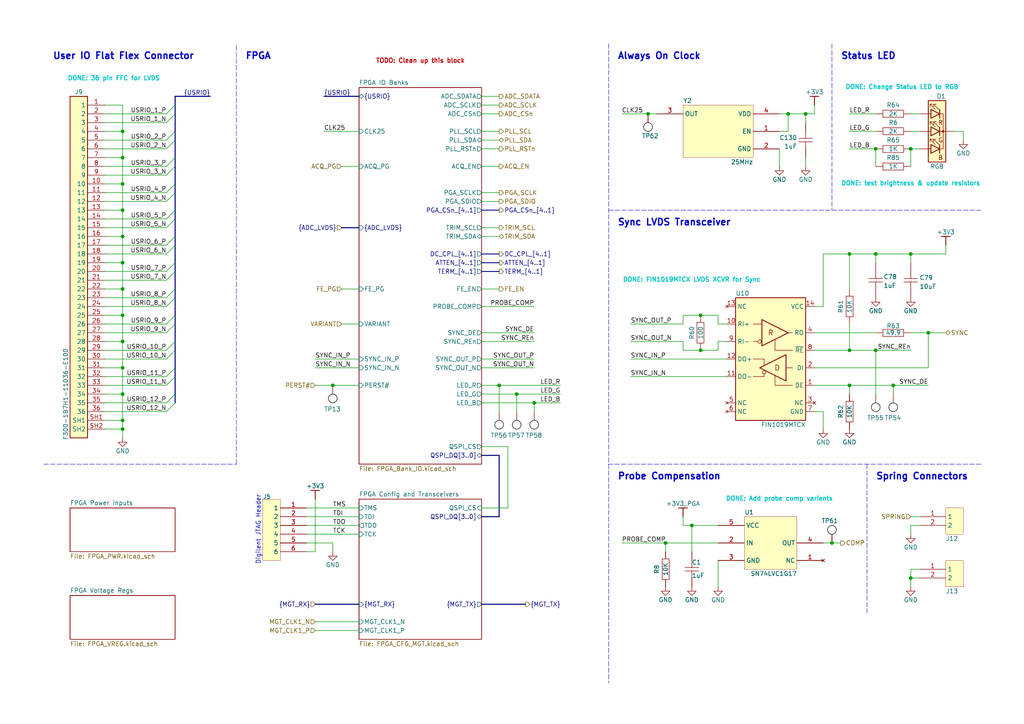
<source format=kicad_sch>
(kicad_sch (version 20250114) (generator "eeschema") (generator_version "9.0")
  (paper "A4")
  (title_block (title "ThunderScope") (rev "5.3") (company "EEVengers") (comment 1 "Aleksa Bjelogrlic"))
  (bus_alias "USRIO" (members "USRIO_1_P" "USRIO_1_N" "USRIO_2_P" "USRIO_2_N" "USRIO_3_P" "USRIO_3_N" "USRIO_4_P" "USRIO_4_N" "USRIO_5_P" "USRIO_5_N" "USRIO_6_P" "USRIO_6_N" "USRIO_7_P" "USRIO_7_N" "USRIO_8_P" "USRIO_8_N" "USRIO_9_P" "USRIO_9_N" "USRIO_10_P" "USRIO_10_N" "USRIO_11_P" "USRIO_11_N" "USRIO_12_P" "USRIO_12_N"))
  (text "DONE: Add probe comp varients" (at 226.06 144.78 0) (effects (font (size 1.27 1.27) (thickness 0.254) (bold yes))))
  (text "Always On Clock" (at 179.07 15.24 0) (effects (font (size 1.905 1.905) (thickness 0.381) (bold yes)) (justify left top)))
  (text "Sync LVDS Transceiver " (at 179.07 63.5 0) (effects (font (size 1.905 1.905) (thickness 0.381) (bold yes)) (justify left top)))
  (text "DONE: test brightness & update resistors" (at 264.16 53.34 0) (effects (font (size 1.27 1.27) (thickness 0.254) (bold yes))))
  (text "Spring Connectors" (at 254 137.16 0) (effects (font (size 1.905 1.905) (thickness 0.381) (bold yes)) (justify left top)))
  (text "User IO Flat Flex Connector" (at 15.24 15.24 0) (effects (font (size 1.905 1.905) (thickness 0.381) (bold yes)) (justify left top)))
  (text "TODO: Clean up this block" (at 121.92 17.78 0) (effects (font (size 1.27 1.27) (thickness 0.254) (bold yes))))
  (text "Status LED" (at 243.84 15.24 0) (effects (font (size 1.905 1.905) (thickness 0.381) (bold yes)) (justify left top)))
  (text "Probe Compensation" (at 179.07 137.16 0) (effects (font (size 1.905 1.905) (thickness 0.381) (bold yes)) (justify left top)))
  (text "DONE: FIN1019MTCX LVDS XCVR for Sync" (at 200.66 81.28 0) (effects (font (size 1.27 1.27) (thickness 0.254) (bold yes))))
  (text "Digilent JTAG Header" (at 74.93 153.67 90) (effects (font (size 1.27 1.27))))
  (text "DONE: Change Status LED to RGB" (at 261.62 25.4 0) (effects (font (size 1.27 1.27) (thickness 0.254) (bold yes))))
  (text "FPGA" (at 71.12 15.24 0) (effects (font (size 1.905 1.905) (thickness 0.381) (bold yes)) (justify left top)))
  (text "DONE: 36 pin FFC for LVDS" (at 33.02 22.86 0) (effects (font (size 1.27 1.27) (thickness 0.254) (bold yes))))
  (junction (at 203.2 101.6))
  (junction (at 246.38 111.76))
  (junction (at 35.56 60.96))
  (junction (at 35.56 124.46))
  (junction (at 35.56 121.92))
  (junction (at 228.6 33.02))
  (junction (at 203.2 91.44))
  (junction (at 254 101.6))
  (junction (at 233.68 33.02))
  (junction (at 35.56 83.82))
  (junction (at 144.78 111.76))
  (junction (at 269.24 96.52))
  (junction (at 96.52 111.76))
  (junction (at 193.04 157.48))
  (junction (at 35.56 76.2))
  (junction (at 149.86 114.3))
  (junction (at 35.56 38.1))
  (junction (at 259.08 111.76))
  (junction (at 264.16 43.18))
  (junction (at 254 73.66))
  (junction (at 241.3 157.48))
  (junction (at 35.56 106.68))
  (junction (at 264.16 73.66))
  (junction (at 35.56 91.44))
  (junction (at 187.96 33.02))
  (junction (at 35.56 99.06))
  (junction (at 35.56 68.58))
  (junction (at 35.56 114.3))
  (junction (at 246.38 101.6))
  (junction (at 35.56 45.72))
  (junction (at 154.94 116.84))
  (junction (at 264.16 167.64))
  (junction (at 246.38 73.66))
  (junction (at 254 43.18))
  (junction (at 35.56 53.34))
  (junction (at 200.66 152.4))
  (bus_entry (at 50.8 101.6) (size -2.54 2.54))
  (bus_entry (at 50.8 55.88) (size -2.54 2.54))
  (bus_entry (at 50.8 68.58) (size -2.54 2.54))
  (bus_entry (at 50.8 71.12) (size -2.54 2.54))
  (bus_entry (at 50.8 76.2) (size -2.54 2.54))
  (bus_entry (at 50.8 60.96) (size -2.54 2.54))
  (bus_entry (at 50.8 63.5) (size -2.54 2.54))
  (bus_entry (at 50.8 38.1) (size -2.54 2.54))
  (bus_entry (at 50.8 106.68) (size -2.54 2.54))
  (bus_entry (at 50.8 30.48) (size -2.54 2.54))
  (bus_entry (at 50.8 45.72) (size -2.54 2.54))
  (bus_entry (at 50.8 40.64) (size -2.54 2.54))
  (bus_entry (at 50.8 99.06) (size -2.54 2.54))
  (bus_entry (at 50.8 86.36) (size -2.54 2.54))
  (bus_entry (at 50.8 53.34) (size -2.54 2.54))
  (bus_entry (at 50.8 78.74) (size -2.54 2.54))
  (bus_entry (at 50.8 83.82) (size -2.54 2.54))
  (bus_entry (at 50.8 116.84) (size -2.54 2.54))
  (bus_entry (at 50.8 48.26) (size -2.54 2.54))
  (bus_entry (at 50.8 93.98) (size -2.54 2.54))
  (bus_entry (at 50.8 114.3) (size -2.54 2.54))
  (bus_entry (at 50.8 109.22) (size -2.54 2.54))
  (bus_entry (at 50.8 91.44) (size -2.54 2.54))
  (bus_entry (at 50.8 33.02) (size -2.54 2.54))
  (wire (pts (xy 190.5 33.02) (xy 187.96 33.02)))
  (wire (pts (xy 259.08 111.76) (xy 269.24 111.76)))
  (wire (pts (xy 139.7 68.58) (xy 144.78 68.58)))
  (wire (pts (xy 269.24 106.68) (xy 269.24 96.52)))
  (wire (pts (xy 236.22 106.68) (xy 269.24 106.68)))
  (bus (pts (xy 50.8 114.3) (xy 50.8 116.84)))
  (wire (pts (xy 264.16 167.64) (xy 264.16 165.1)))
  (bus (pts (xy 50.8 27.94) (xy 50.8 30.48)))
  (wire (pts (xy 88.9 152.4) (xy 104.14 152.4)))
  (wire (pts (xy 149.86 114.3) (xy 139.7 114.3)))
  (bus (pts (xy 50.8 71.12) (xy 50.8 76.2)))
  (wire (pts (xy 198.12 101.6) (xy 203.2 101.6)))
  (wire (pts (xy 246.38 111.76) (xy 259.08 111.76)))
  (wire (pts (xy 139.7 99.06) (xy 154.94 99.06)))
  (wire (pts (xy 35.56 99.06) (xy 30.48 99.06)))
  (wire (pts (xy 236.22 119.38) (xy 238.76 119.38)))
  (wire (pts (xy 35.56 45.72) (xy 30.48 45.72)))
  (wire (pts (xy 266.7 165.1) (xy 264.16 165.1)))
  (wire (pts (xy 246.38 114.3) (xy 246.38 111.76)))
  (wire (pts (xy 226.06 48.26) (xy 226.06 43.18)))
  (wire (pts (xy 35.56 68.58) (xy 30.48 68.58)))
  (wire (pts (xy 48.26 73.66) (xy 30.48 73.66)))
  (wire (pts (xy 154.94 106.68) (xy 139.7 106.68)))
  (bus (pts (xy 50.8 30.48) (xy 50.8 33.02)))
  (wire (pts (xy 208.28 101.6) (xy 208.28 99.06)))
  (bus (pts (xy 50.8 76.2) (xy 50.8 78.74)))
  (wire (pts (xy 91.44 106.68) (xy 104.14 106.68)))
  (wire (pts (xy 139.7 33.02) (xy 144.78 33.02)))
  (wire (pts (xy 274.32 71.12) (xy 274.32 73.66)))
  (wire (pts (xy 91.44 182.88) (xy 104.14 182.88)))
  (wire (pts (xy 154.94 116.84) (xy 162.56 116.84)))
  (bus (pts (xy 50.8 45.72) (xy 50.8 48.26)))
  (bus (pts (xy 50.8 38.1) (xy 50.8 40.64)))
  (polyline (pts (xy 284.48 134.62) (xy 176.53 134.62)) (stroke (width 0.127) (type dash)))
  (wire (pts (xy 226.06 33.02) (xy 228.6 33.02)))
  (wire (pts (xy 254 73.66) (xy 264.16 73.66)))
  (wire (pts (xy 238.76 119.38) (xy 238.76 124.46)))
  (wire (pts (xy 276.86 38.1) (xy 279.4 38.1)))
  (bus (pts (xy 50.8 48.26) (xy 50.8 53.34)))
  (wire (pts (xy 246.38 101.6) (xy 254 101.6)))
  (wire (pts (xy 147.32 147.32) (xy 139.7 147.32)))
  (wire (pts (xy 264.16 170.18) (xy 264.16 167.64)))
  (wire (pts (xy 35.56 114.3) (xy 30.48 114.3)))
  (wire (pts (xy 144.78 58.42) (xy 139.7 58.42)))
  (wire (pts (xy 139.7 96.52) (xy 154.94 96.52)))
  (wire (pts (xy 241.3 157.48) (xy 238.76 157.48)))
  (wire (pts (xy 264.16 33.02) (xy 266.7 33.02)))
  (wire (pts (xy 48.26 55.88) (xy 30.48 55.88)))
  (wire (pts (xy 35.56 53.34) (xy 35.56 60.96)))
  (wire (pts (xy 99.06 48.26) (xy 104.14 48.26)))
  (wire (pts (xy 139.7 43.18) (xy 144.78 43.18)))
  (bus (pts (xy 50.8 99.06) (xy 50.8 101.6)))
  (bus (pts (xy 139.7 76.2) (xy 144.78 76.2)) (stroke (width 0.254)))
  (wire (pts (xy 228.6 33.02) (xy 233.68 33.02)))
  (wire (pts (xy 149.86 114.3) (xy 162.56 114.3)))
  (wire (pts (xy 264.16 152.4) (xy 264.16 154.94)))
  (wire (pts (xy 48.26 63.5) (xy 30.48 63.5)))
  (bus (pts (xy 144.78 132.08) (xy 144.78 149.86)))
  (wire (pts (xy 279.4 38.1) (xy 279.4 40.64)))
  (wire (pts (xy 35.56 114.3) (xy 35.56 121.92)))
  (wire (pts (xy 274.32 73.66) (xy 264.16 73.66)))
  (wire (pts (xy 48.26 33.02) (xy 30.48 33.02)))
  (wire (pts (xy 236.22 30.48) (xy 236.22 33.02)))
  (wire (pts (xy 187.96 33.02) (xy 180.34 33.02)))
  (wire (pts (xy 35.56 106.68) (xy 35.56 114.3)))
  (wire (pts (xy 236.22 111.76) (xy 246.38 111.76)))
  (wire (pts (xy 48.26 104.14) (xy 30.48 104.14)))
  (polyline (pts (xy 176.53 12.7) (xy 176.53 198.12)) (stroke (width 0.127) (type dash)))
  (wire (pts (xy 210.82 109.22) (xy 182.88 109.22)))
  (wire (pts (xy 91.44 180.34) (xy 104.14 180.34)))
  (wire (pts (xy 246.38 33.02) (xy 254 33.02)))
  (wire (pts (xy 48.26 78.74) (xy 30.48 78.74)))
  (bus (pts (xy 50.8 55.88) (xy 50.8 60.96)))
  (wire (pts (xy 144.78 48.26) (xy 139.7 48.26)))
  (wire (pts (xy 264.16 96.52) (xy 269.24 96.52)))
  (wire (pts (xy 96.52 157.48) (xy 96.52 160.02)))
  (wire (pts (xy 154.94 116.84) (xy 139.7 116.84)))
  (polyline (pts (xy 241.3 12.7) (xy 241.3 60.96)) (stroke (width 0.127) (type dash)))
  (wire (pts (xy 154.94 116.84) (xy 154.94 119.38)))
  (wire (pts (xy 35.56 91.44) (xy 30.48 91.44)))
  (wire (pts (xy 266.7 152.4) (xy 264.16 152.4)))
  (wire (pts (xy 48.26 111.76) (xy 30.48 111.76)))
  (polyline (pts (xy 251.46 134.62) (xy 251.46 177.8)) (stroke (width 0.127) (type dash)))
  (wire (pts (xy 104.14 38.1) (xy 93.98 38.1)))
  (polyline (pts (xy 68.58 134.62) (xy 68.58 12.7)) (stroke (width 0.127) (type dash)))
  (bus (pts (xy 50.8 109.22) (xy 50.8 114.3)))
  (bus (pts (xy 139.7 175.26) (xy 152.4 175.26)))
  (wire (pts (xy 35.56 38.1) (xy 35.56 45.72)))
  (wire (pts (xy 48.26 40.64) (xy 30.48 40.64)))
  (wire (pts (xy 48.26 50.8) (xy 30.48 50.8)))
  (wire (pts (xy 246.38 43.18) (xy 254 43.18)))
  (wire (pts (xy 139.7 88.9) (xy 154.94 88.9)))
  (wire (pts (xy 198.12 152.4) (xy 200.66 152.4)))
  (wire (pts (xy 243.84 157.48) (xy 241.3 157.48)))
  (wire (pts (xy 48.26 116.84) (xy 30.48 116.84)))
  (wire (pts (xy 48.26 35.56) (xy 30.48 35.56)))
  (bus (pts (xy 139.7 132.08) (xy 144.78 132.08)))
  (wire (pts (xy 236.22 101.6) (xy 246.38 101.6)))
  (wire (pts (xy 144.78 111.76) (xy 139.7 111.76)))
  (wire (pts (xy 193.04 157.48) (xy 208.28 157.48)))
  (wire (pts (xy 198.12 93.98) (xy 198.12 91.44)))
  (wire (pts (xy 228.6 38.1) (xy 228.6 33.02)))
  (wire (pts (xy 48.26 86.36) (xy 30.48 86.36)))
  (wire (pts (xy 91.44 104.14) (xy 104.14 104.14)))
  (wire (pts (xy 233.68 33.02) (xy 233.68 35.56)))
  (wire (pts (xy 198.12 93.98) (xy 182.88 93.98)))
  (wire (pts (xy 238.76 73.66) (xy 246.38 73.66)))
  (wire (pts (xy 264.16 38.1) (xy 266.7 38.1)))
  (wire (pts (xy 144.78 111.76) (xy 144.78 119.38)))
  (wire (pts (xy 226.06 38.1) (xy 228.6 38.1)))
  (wire (pts (xy 48.26 43.18) (xy 30.48 43.18)))
  (wire (pts (xy 35.56 121.92) (xy 30.48 121.92)))
  (wire (pts (xy 35.56 83.82) (xy 30.48 83.82)))
  (wire (pts (xy 35.56 127) (xy 35.56 124.46)))
  (wire (pts (xy 48.26 66.04) (xy 30.48 66.04)))
  (wire (pts (xy 264.16 73.66) (xy 264.16 76.2)))
  (wire (pts (xy 254 73.66) (xy 254 76.2)))
  (wire (pts (xy 96.52 111.76) (xy 104.14 111.76)))
  (wire (pts (xy 35.56 83.82) (xy 35.56 91.44)))
  (wire (pts (xy 208.28 91.44) (xy 203.2 91.44)))
  (wire (pts (xy 35.56 60.96) (xy 35.56 68.58)))
  (wire (pts (xy 144.78 30.48) (xy 139.7 30.48)))
  (wire (pts (xy 35.56 76.2) (xy 30.48 76.2)))
  (wire (pts (xy 48.26 48.26) (xy 30.48 48.26)))
  (wire (pts (xy 35.56 76.2) (xy 35.56 83.82)))
  (bus (pts (xy 50.8 101.6) (xy 50.8 106.68)))
  (wire (pts (xy 208.28 101.6) (xy 203.2 101.6)))
  (wire (pts (xy 246.38 73.66) (xy 254 73.66)))
  (wire (pts (xy 198.12 91.44) (xy 203.2 91.44)))
  (bus (pts (xy 50.8 83.82) (xy 50.8 86.36)))
  (wire (pts (xy 200.66 152.4) (xy 208.28 152.4)))
  (wire (pts (xy 238.76 73.66) (xy 238.76 88.9)))
  (wire (pts (xy 264.16 149.86) (xy 266.7 149.86)))
  (bus (pts (xy 144.78 78.74) (xy 139.7 78.74)) (stroke (width 0.254)))
  (bus (pts (xy 50.8 27.94) (xy 60.96 27.94)))
  (bus (pts (xy 50.8 78.74) (xy 50.8 83.82)))
  (wire (pts (xy 198.12 99.06) (xy 182.88 99.06)))
  (bus (pts (xy 50.8 40.64) (xy 50.8 45.72)))
  (wire (pts (xy 200.66 152.4) (xy 200.66 160.02)))
  (wire (pts (xy 48.26 71.12) (xy 30.48 71.12)))
  (wire (pts (xy 35.56 124.46) (xy 30.48 124.46)))
  (polyline (pts (xy 176.53 60.96) (xy 284.48 60.96)) (stroke (width 0.127) (type dash)))
  (wire (pts (xy 208.28 91.44) (xy 208.28 93.98)))
  (wire (pts (xy 246.38 93.98) (xy 246.38 101.6)))
  (wire (pts (xy 233.68 33.02) (xy 236.22 33.02)))
  (wire (pts (xy 149.86 114.3) (xy 149.86 119.38)))
  (bus (pts (xy 144.78 73.66) (xy 139.7 73.66)) (stroke (width 0.254)))
  (wire (pts (xy 99.06 83.82) (xy 104.14 83.82)))
  (wire (pts (xy 259.08 114.3) (xy 259.08 111.76)))
  (wire (pts (xy 35.56 38.1) (xy 30.48 38.1)))
  (wire (pts (xy 254 43.18) (xy 254 48.26)))
  (bus (pts (xy 50.8 106.68) (xy 50.8 109.22)))
  (wire (pts (xy 144.78 111.76) (xy 162.56 111.76)))
  (bus (pts (xy 50.8 68.58) (xy 50.8 71.12)))
  (wire (pts (xy 139.7 38.1) (xy 144.78 38.1)))
  (wire (pts (xy 48.26 119.38) (xy 30.48 119.38)))
  (bus (pts (xy 50.8 86.36) (xy 50.8 91.44)))
  (bus (pts (xy 50.8 33.02) (xy 50.8 38.1)))
  (bus (pts (xy 99.06 66.04) (xy 104.14 66.04)))
  (bus (pts (xy 104.14 27.94) (xy 93.98 27.94)))
  (bus (pts (xy 139.7 60.96) (xy 144.78 60.96)) (stroke (width 0.254)))
  (wire (pts (xy 35.56 121.92) (xy 35.56 124.46)))
  (wire (pts (xy 208.28 99.06) (xy 210.82 99.06)))
  (wire (pts (xy 99.06 93.98) (xy 104.14 93.98)))
  (wire (pts (xy 48.26 88.9) (xy 30.48 88.9)))
  (wire (pts (xy 264.16 43.18) (xy 266.7 43.18)))
  (bus (pts (xy 50.8 53.34) (xy 50.8 55.88)))
  (wire (pts (xy 35.56 53.34) (xy 30.48 53.34)))
  (wire (pts (xy 48.26 81.28) (xy 30.48 81.28)))
  (wire (pts (xy 180.34 157.48) (xy 193.04 157.48)))
  (wire (pts (xy 208.28 93.98) (xy 210.82 93.98)))
  (wire (pts (xy 246.38 38.1) (xy 254 38.1)))
  (wire (pts (xy 35.56 30.48) (xy 35.56 38.1)))
  (wire (pts (xy 35.56 45.72) (xy 35.56 53.34)))
  (wire (pts (xy 35.56 68.58) (xy 35.56 76.2)))
  (wire (pts (xy 154.94 104.14) (xy 139.7 104.14)))
  (wire (pts (xy 91.44 160.02) (xy 91.44 144.78)))
  (wire (pts (xy 35.56 99.06) (xy 35.56 106.68)))
  (wire (pts (xy 246.38 73.66) (xy 246.38 83.82)))
  (bus (pts (xy 91.44 175.26) (xy 104.14 175.26)))
  (wire (pts (xy 88.9 160.02) (xy 91.44 160.02)))
  (wire (pts (xy 193.04 157.48) (xy 193.04 160.02)))
  (wire (pts (xy 233.68 48.26) (xy 233.68 45.72)))
  (bus (pts (xy 139.7 149.86) (xy 144.78 149.86)))
  (wire (pts (xy 88.9 154.94) (xy 104.14 154.94)))
  (polyline (pts (xy 12.7 134.62) (xy 68.58 134.62)) (stroke (width 0.127) (type dash)))
  (wire (pts (xy 236.22 88.9) (xy 238.76 88.9)))
  (wire (pts (xy 208.28 162.56) (xy 208.28 170.18)))
  (wire (pts (xy 139.7 83.82) (xy 144.78 83.82)))
  (bus (pts (xy 50.8 91.44) (xy 50.8 93.98)))
  (wire (pts (xy 269.24 96.52) (xy 274.32 96.52)))
  (wire (pts (xy 147.32 129.54) (xy 147.32 147.32)))
  (wire (pts (xy 91.44 111.76) (xy 96.52 111.76)))
  (wire (pts (xy 139.7 55.88) (xy 144.78 55.88)))
  (bus (pts (xy 50.8 60.96) (xy 50.8 63.5)))
  (wire (pts (xy 48.26 109.22) (xy 30.48 109.22)))
  (wire (pts (xy 254 101.6) (xy 264.16 101.6)))
  (wire (pts (xy 139.7 27.94) (xy 144.78 27.94)))
  (wire (pts (xy 48.26 101.6) (xy 30.48 101.6)))
  (wire (pts (xy 35.56 106.68) (xy 30.48 106.68)))
  (wire (pts (xy 48.26 93.98) (xy 30.48 93.98)))
  (wire (pts (xy 198.12 149.86) (xy 198.12 152.4)))
  (wire (pts (xy 254 96.52) (xy 236.22 96.52)))
  (wire (pts (xy 139.7 129.54) (xy 147.32 129.54)))
  (bus (pts (xy 50.8 93.98) (xy 50.8 99.06)))
  (wire (pts (xy 48.26 58.42) (xy 30.48 58.42)))
  (wire (pts (xy 88.9 147.32) (xy 104.14 147.32)))
  (wire (pts (xy 139.7 66.04) (xy 144.78 66.04)))
  (wire (pts (xy 144.78 40.64) (xy 139.7 40.64)))
  (wire (pts (xy 48.26 96.52) (xy 30.48 96.52)))
  (wire (pts (xy 88.9 157.48) (xy 96.52 157.48)))
  (wire (pts (xy 266.7 167.64) (xy 264.16 167.64)))
  (wire (pts (xy 88.9 149.86) (xy 104.14 149.86)))
  (wire (pts (xy 264.16 43.18) (xy 264.16 48.26)))
  (wire (pts (xy 35.56 60.96) (xy 30.48 60.96)))
  (wire (pts (xy 198.12 99.06) (xy 198.12 101.6)))
  (wire (pts (xy 254 101.6) (xy 254 114.3)))
  (wire (pts (xy 30.48 30.48) (xy 35.56 30.48)))
  (wire (pts (xy 210.82 104.14) (xy 182.88 104.14)))
  (wire (pts (xy 35.56 91.44) (xy 35.56 99.06)))
  (bus (pts (xy 50.8 63.5) (xy 50.8 68.58)))
  (label "{USRIO}" (at 93.98 27.94 0))
  (label "USRIO_12_P" (at 48.26 116.84 180))
  (label "USRIO_10_P" (at 48.26 101.6 180))
  (label "SYNC_DE" (at 269.24 111.76 180))
  (label "USRIO_9_N" (at 48.26 96.52 180))
  (label "SYNC_IN_N" (at 91.44 106.68 0))
  (label "USRIO_12_N" (at 48.26 119.38 180))
  (label "USRIO_4_N" (at 48.26 58.42 180))
  (label "LED_B" (at 246.38 43.18 0))
  (label "{USRIO}" (at 60.96 27.94 180))
  (label "SYNC_IN_P" (at 91.44 104.14 0))
  (label "SYNC_REn" (at 264.16 101.6 180))
  (label "CLK25" (at 180.34 33.02 0))
  (label "USRIO_4_P" (at 48.26 55.88 180))
  (label "USRIO_1_N" (at 48.26 35.56 180))
  (label "TMS" (at 96.52 147.32 0))
  (label "USRIO_11_N" (at 48.26 111.76 180))
  (label "USRIO_5_N" (at 48.26 66.04 180))
  (label "SYNC_DE" (at 154.94 96.52 180))
  (label "USRIO_5_P" (at 48.26 63.5 180))
  (label "PROBE_COMP" (at 154.94 88.9 180))
  (label "TDO" (at 96.52 152.4 0))
  (label "CLK25" (at 93.98 38.1 0))
  (label "SYNC_OUT_P" (at 182.88 93.98 0))
  (label "TDI" (at 96.52 149.86 0))
  (label "USRIO_10_N" (at 48.26 104.14 180))
  (label "LED_G" (at 162.56 114.3 180))
  (label "SYNC_OUT_P" (at 154.94 104.14 180))
  (label "USRIO_3_N" (at 48.26 50.8 180))
  (label "SYNC_REn" (at 154.94 99.06 180))
  (label "SYNC_OUT_N" (at 182.88 99.06 0))
  (label "TCK" (at 96.52 154.94 0))
  (label "USRIO_7_P" (at 48.26 78.74 180))
  (label "USRIO_2_P" (at 48.26 40.64 180))
  (label "PROBE_COMP" (at 180.34 157.48 0))
  (label "USRIO_7_N" (at 48.26 81.28 180))
  (label "SYNC_OUT_N" (at 154.94 106.68 180))
  (label "USRIO_2_N" (at 48.26 43.18 180))
  (label "USRIO_6_P" (at 48.26 71.12 180))
  (label "USRIO_3_P" (at 48.26 48.26 180))
  (label "SYNC_IN_N" (at 182.88 109.22 0))
  (label "LED_R" (at 246.38 33.02 0))
  (label "LED_R" (at 162.56 111.76 180))
  (label "LED_B" (at 162.56 116.84 180))
  (label "USRIO_8_N" (at 48.26 88.9 180))
  (label "USRIO_11_P" (at 48.26 109.22 180))
  (label "USRIO_6_N" (at 48.26 73.66 180))
  (label "SYNC_IN_P" (at 182.88 104.14 0))
  (label "USRIO_1_P" (at 48.26 33.02 180))
  (label "USRIO_8_P" (at 48.26 86.36 180))
  (label "USRIO_9_P" (at 48.26 93.98 180))
  (label "LED_G" (at 246.38 38.1 0))
  (hierarchical_label "PLL_SDA" (shape bidirectional) (at 144.78 40.64 0))
  (hierarchical_label "ACQ_PG" (shape input) (at 99.06 48.26 180))
  (hierarchical_label "SPRING" (shape input) (at 264.16 149.86 180))
  (hierarchical_label "ATTEN_[4..1]" (shape output) (at 144.78 76.2 0))
  (hierarchical_label "FE_PG" (shape input) (at 99.06 83.82 180))
  (hierarchical_label "PGA_SCLK" (shape output) (at 144.78 55.88 0))
  (hierarchical_label "MGT_CLK1_P" (shape input) (at 91.44 182.88 180))
  (hierarchical_label "SYNC" (shape bidirectional) (at 274.32 96.52 0))
  (hierarchical_label "DC_CPL_[4..1]" (shape output) (at 144.78 73.66 0))
  (hierarchical_label "{ADC_LVDS}" (shape input) (at 99.06 66.04 180))
  (hierarchical_label "ADC_SDATA" (shape output) (at 144.78 27.94 0))
  (hierarchical_label "{MGT_TX}" (shape output) (at 152.4 175.26 0))
  (hierarchical_label "TRIM_SCL" (shape output) (at 144.78 66.04 0))
  (hierarchical_label "{MGT_RX}" (shape input) (at 91.44 175.26 180))
  (hierarchical_label "TRIM_SDA" (shape bidirectional) (at 144.78 68.58 0))
  (hierarchical_label "PGA_SDIO" (shape output) (at 144.78 58.42 0))
  (hierarchical_label "TERM_[4..1]" (shape output) (at 144.78 78.74 0))
  (hierarchical_label "ADC_SCLK" (shape output) (at 144.78 30.48 0))
  (hierarchical_label "FE_EN" (shape output) (at 144.78 83.82 0))
  (hierarchical_label "PLL_SCL" (shape output) (at 144.78 38.1 0))
  (hierarchical_label "PGA_CSn_[4..1]" (shape output) (at 144.78 60.96 0))
  (hierarchical_label "COMP" (shape output) (at 243.84 157.48 0))
  (hierarchical_label "ADC_CSn" (shape output) (at 144.78 33.02 0))
  (hierarchical_label "PERST#" (shape input) (at 91.44 111.76 180))
  (hierarchical_label "ACQ_EN" (shape output) (at 144.78 48.26 0))
  (hierarchical_label "VARIANT" (shape input) (at 99.06 93.98 180))
  (hierarchical_label "MGT_CLK1_N" (shape input) (at 91.44 180.34 180))
  (hierarchical_label "PLL_RSTn" (shape output) (at 144.78 43.18 0))
  (symbol (lib_id "Thunderscope_Rev5:RES 10K OHM 1% 1/10W 0402") (at 246.38 119.38 270) (mirror x) (unit 1)
    (property "Reference" "R62" (at 243.84 119.38 0))
    (property "Value" "10K" (at 246.38 119.38 0))
    (property "Footprint" "Thunderscope_Rev5:GEN_R_0402" (effects (hide yes)))
    (property "TOLERANCE" "1%" (effects (hide yes)))
    (property "PACKAGE" "0402" (effects (hide yes)))
    (property "SUPPLIER 1" "Mouser" (effects (hide yes)))
    (property "SUPPLIER PART NUMBER 1" "667-ERJ-2RKF1002X" (effects (hide yes)))
    (property "MANUFACTURER" "Panasonic" (effects (hide yes)))
    (property "MANUFACTURER PART NUMBER" "ERJ-2RKF1002X" (effects (hide yes)))
  )
  (symbol (lib_id "Thunderscope_Rev5:RES 2K OHM 1% 1/16W 0402") (at 259.08 33.02 0) (mirror y) (unit 1)
    (property "Reference" "R64" (at 259.08 30.48 0))
    (property "Value" "2K" (at 259.08 33.02 0))
    (property "Footprint" "Thunderscope_Rev5:GEN_R_0402" (effects (hide yes)))
    (property "TOLERANCE" "1%" (effects (hide yes)))
    (property "PACKAGE" "0402" (effects (hide yes)))
    (property "SUPPLIER 1" "Mouser" (effects (hide yes)))
    (property "SUPPLIER PART NUMBER 1" "603-RC0402FR-072KL" (effects (hide yes)))
    (property "MANUFACTURER" "Yageo" (effects (hide yes)))
    (property "MANUFACTURER PART NUMBER" "RC0402FR-072KL" (effects (hide yes)))
  )
  (symbol (lib_id "Thunderscope_Rev5:CONN SPRING 2 PIN") (at 276.86 167.64 180) (unit 1)
    (property "Reference" "J13" (at 274.32 171.45 0) (effects (justify right)))
    (property "Value" "009155002852006" (effects (hide yes)))
    (property "Footprint" "Thunderscope_Rev5:KYO_009155002852006" (effects (hide yes)))
    (property "SUPPLIER 1" "Mouser" (effects (hide yes)))
    (property "SUPPLIER PART NUMBER 1" "581-009155002852006" (effects (hide yes)))
    (property "MANUFACTURER" "KYOCERA AVX" (effects (hide yes)))
    (property "MANUFACTURER PART NUMBER" "009155002852006" (effects (hide yes)))
  )
  (symbol (lib_id "Thunderscope_Rev5:CAP 10uF 25V X5R 0603") (at 264.16 81.28 0) (unit 1)
    (property "Reference" "C79" (at 266.7 81.28 0) (effects (justify left bottom)))
    (property "Value" "10uF" (at 266.7 83.82 0) (effects (justify left bottom)))
    (property "Footprint" "Thunderscope_Rev5:GEN_C_0603" (effects (hide yes)))
    (property "PACKAGE" "0402" (effects (hide yes)))
    (property "VOLTAGE RATING" "25V" (effects (hide yes)))
    (property "SUPPLIER 1" "Mouser" (effects (hide yes)))
    (property "SUPPLIER PART NUMBER 1" "81-GRM188R61E106MA3D" (effects (hide yes)))
    (property "MANUFACTURER" "Murata" (effects (hide yes)))
    (property "MANUFACTURER PART NUMBER" "GRM188R61E106MA73D" (effects (hide yes)))
  )
  (symbol (lib_id "Thunderscope_Rev5:TP PCB 1mm") (at 241.3 157.48 90) (unit 1) (in_bom no)
    (property "Reference" "TP61" (at 243.1078 150.3408 90) (effects (justify left bottom)))
    (property "Value" "PCB" (effects (hide yes)))
    (property "Footprint" "Thunderscope_Rev5:GEN_TP_PCB" (effects (hide yes)))
  )
  (symbol (lib_id "Thunderscope_Rev5:TP PCB 1mm") (at 254 114.3 270) (unit 1) (in_bom no)
    (property "Reference" "TP55" (at 251.46 121.92 90) (effects (justify left bottom)))
    (property "Value" "PCB" (effects (hide yes)))
    (property "Footprint" "Thunderscope_Rev5:GEN_TP_PCB" (effects (hide yes)))
  )
  (symbol (lib_id "Thunderscope_Rev5:CONN 2.54mm 6 Pin TH RA") (at 78.74 149.86 0) (unit 1)
    (property "Reference" "J5" (at 76.2 144.78 0) (effects (justify left bottom)))
    (property "Value" "2.54mm 6 Pin TH" (effects (hide yes)))
    (property "Footprint" "Thunderscope_Rev5:GEN_2.54MM_6_PIN_TH_RA" (effects (hide yes)))
    (property "SUPPLIER 1" "Mouser" (effects (hide yes)))
    (property "SUPPLIER PART NUMBER 1" "710-61300611021" (effects (hide yes)))
    (property "MANUFACTURER" "Wurth Electronics" (effects (hide yes)))
    (property "MANUFACTURER PART NUMBER" "61300611021" (effects (hide yes)))
  )
  (symbol (lib_id "Thunderscope_Rev5:RES 2K OHM 1% 1/16W 0402") (at 259.08 38.1 0) (mirror y) (unit 1)
    (property "Reference" "R6" (at 259.08 35.56 0))
    (property "Value" "2K" (at 259.08 38.1 0))
    (property "Footprint" "Thunderscope_Rev5:GEN_R_0402" (effects (hide yes)))
    (property "TOLERANCE" "1%" (effects (hide yes)))
    (property "PACKAGE" "0402" (effects (hide yes)))
    (property "SUPPLIER 1" "Mouser" (effects (hide yes)))
    (property "SUPPLIER PART NUMBER 1" "603-RC0402FR-072KL" (effects (hide yes)))
    (property "MANUFACTURER" "Yageo" (effects (hide yes)))
    (property "MANUFACTURER PART NUMBER" "RC0402FR-072KL" (effects (hide yes)))
  )
  (symbol (lib_id "Thunderscope_Rev5:RES 10K OHM 1% 1/10W 0402") (at 246.38 88.9 270) (mirror x) (unit 1)
    (property "Reference" "R61" (at 243.84 88.9 0))
    (property "Value" "10K" (at 246.38 88.9 0))
    (property "Footprint" "Thunderscope_Rev5:GEN_R_0402" (effects (hide yes)))
    (property "TOLERANCE" "1%" (effects (hide yes)))
    (property "PACKAGE" "0402" (effects (hide yes)))
    (property "SUPPLIER 1" "Mouser" (effects (hide yes)))
    (property "SUPPLIER PART NUMBER 1" "667-ERJ-2RKF1002X" (effects (hide yes)))
    (property "MANUFACTURER" "Panasonic" (effects (hide yes)))
    (property "MANUFACTURER PART NUMBER" "ERJ-2RKF1002X" (effects (hide yes)))
  )
  (symbol (lib_id "Thunderscope_Rev5:+3V3_BAR") (at 91.44 144.78 180) (unit 1)
    (property "Reference" "#PWR0304" (effects (hide yes)))
    (property "Value" "+3V3" (at 91.44 140.97 0))
    (property "Description" "Power symbol creates a global label with name '+3V3'" (effects (hide yes)))
  )
  (symbol (lib_id "Thunderscope_Rev5:CAP 1uF 25V X5R 0402") (at 254 81.28 0) (unit 1)
    (property "Reference" "C78" (at 256.254 81.026 0) (effects (justify left bottom)))
    (property "Value" "1uF" (at 256.254 83.566 0) (effects (justify left bottom)))
    (property "Footprint" "Thunderscope_Rev5:GEN_C_0402" (effects (hide yes)))
    (property "PACKAGE" "0402" (effects (hide yes)))
    (property "VOLTAGE RATING" "25V" (effects (hide yes)))
    (property "SUPPLIER 1" "Mouser" (effects (hide yes)))
    (property "SUPPLIER PART NUMBER 1" "81-GRM155R61E105KA2D" (effects (hide yes)))
    (property "MANUFACTURER" "Murata" (effects (hide yes)))
    (property "MANUFACTURER PART NUMBER" "GRM155R61E105KA12D" (effects (hide yes)))
  )
  (symbol (lib_id "Thunderscope_Rev5:TP PCB 1mm") (at 144.78 119.38 270) (unit 1) (in_bom no)
    (property "Reference" "TP56" (at 142.24 127 90) (effects (justify left bottom)))
    (property "Value" "PCB" (effects (hide yes)))
    (property "Footprint" "Thunderscope_Rev5:GEN_TP_PCB" (effects (hide yes)))
  )
  (symbol (lib_id "Thunderscope_Rev5:LED RGB 1204 APFA3010LSEKJ3ZGKQBC") (at 271.78 38.1 0) (unit 1)
    (property "Reference" "D1" (at 274.32 27.94 0) (effects (justify right)))
    (property "Value" "RGB" (at 271.78 48.26 0))
    (property "Footprint" "Thunderscope_Rev5:LED_Kingbright_APFA3010_3x1.5mm_Horizontal" (effects (hide yes)))
    (property "SUPPLIER 1" "Mouser" (effects (hide yes)))
    (property "SUPPLIER PART NUMBER 1" "604-APFA3010LSEKJ3ZG" (effects (hide yes)))
    (property "MANUFACTURER" "Kingbright" (effects (hide yes)))
    (property "MANUFACTURER PART NUMBER" "APFA3010LSEKJ3ZGKQBC" (effects (hide yes)))
  )
  (symbol (lib_id "Thunderscope_Rev5:TP PCB 1mm") (at 154.94 119.38 270) (unit 1) (in_bom no)
    (property "Reference" "TP58" (at 152.4 127 90) (effects (justify left bottom)))
    (property "Value" "PCB" (effects (hide yes)))
    (property "Footprint" "Thunderscope_Rev5:GEN_TP_PCB" (effects (hide yes)))
  )
  (symbol (lib_id "Thunderscope_Rev5:GND") (at 279.4 40.64 0) (unit 1)
    (property "Reference" "#PWR02" (effects (hide yes)))
    (property "Value" "GND" (at 279.4 44.45 0))
    (property "Description" "Power symbol creates a global label with name \"GND\" , ground" (effects (hide yes)))
  )
  (symbol (lib_id "Thunderscope_Rev5:GND") (at 208.28 170.18 0) (mirror y) (unit 1)
    (property "Reference" "#PWR05" (effects (hide yes)))
    (property "Value" "GND" (at 208.28 173.99 0))
    (property "Description" "Power symbol creates a global label with name \"GND\" , ground" (effects (hide yes)))
  )
  (symbol (lib_id "Thunderscope_Rev5:TP PCB 1mm") (at 96.52 111.76 270) (unit 1) (in_bom no)
    (property "Reference" "TP13" (at 93.98 119.38 90) (effects (justify left bottom)))
    (property "Value" "PCB" (effects (hide yes)))
    (property "Footprint" "Thunderscope_Rev5:GEN_TP_PCB" (effects (hide yes)))
  )
  (symbol (lib_id "Thunderscope_Rev5:CONN SPRING 2 PIN") (at 276.86 152.4 180) (unit 1)
    (property "Reference" "J12" (at 274.32 156.21 0) (effects (justify right)))
    (property "Value" "009155002852006" (effects (hide yes)))
    (property "Footprint" "Thunderscope_Rev5:KYO_009155002852006" (effects (hide yes)))
    (property "SUPPLIER 1" "Mouser" (effects (hide yes)))
    (property "SUPPLIER PART NUMBER 1" "581-009155002852006" (effects (hide yes)))
    (property "MANUFACTURER" "KYOCERA AVX" (effects (hide yes)))
    (property "MANUFACTURER PART NUMBER" "009155002852006" (effects (hide yes)))
  )
  (symbol (lib_id "Thunderscope_Rev5:IC LVDS XCVR FIN1019MTCX") (at 233.68 88.9 0) (mirror y) (unit 1)
    (property "Reference" "U10" (at 213.36 85.09 0) (effects (justify right)))
    (property "Value" "FIN1019MTCX" (at 233.68 123.19 0) (effects (justify left)))
    (property "Footprint" "Thunderscope_Rev5:GEN_TSSOP-14_4.4x5mm_P0.65mm" (effects (hide yes)))
    (property "SUPPLIER 1" "Mouser" (effects (hide yes)))
    (property "SUPPLIER PART NUMBER 1" "512-FIN1019MTCX" (effects (hide yes)))
    (property "MANUFACTURER" "onsemi" (effects (hide yes)))
    (property "MANUFACTURER PART NUMBER" "FIN1019MTCX" (effects (hide yes)))
  )
  (symbol (lib_id "Thunderscope_Rev5:GND") (at 254 86.36 0) (mirror y) (unit 1)
    (property "Reference" "#PWR0323" (effects (hide yes)))
    (property "Value" "GND" (at 254 90.17 0))
    (property "Description" "Power symbol creates a global label with name \"GND\" , ground" (effects (hide yes)))
  )
  (symbol (lib_id "Thunderscope_Rev5:RES 10K OHM 1% 1/10W 0402") (at 193.04 165.1 270) (mirror x) (unit 1)
    (property "Reference" "R8" (at 190.5 165.1 0))
    (property "Value" "10K" (at 193.04 165.1 0))
    (property "Footprint" "Thunderscope_Rev5:GEN_R_0402" (effects (hide yes)))
    (property "TOLERANCE" "1%" (effects (hide yes)))
    (property "PACKAGE" "0402" (effects (hide yes)))
    (property "SUPPLIER 1" "Mouser" (effects (hide yes)))
    (property "SUPPLIER PART NUMBER 1" "667-ERJ-2RKF1002X" (effects (hide yes)))
    (property "MANUFACTURER" "Panasonic" (effects (hide yes)))
    (property "MANUFACTURER PART NUMBER" "ERJ-2RKF1002X" (effects (hide yes)))
  )
  (symbol (lib_id "Thunderscope_Rev5:GND") (at 200.66 170.18 0) (mirror y) (unit 1)
    (property "Reference" "#PWR04" (effects (hide yes)))
    (property "Value" "GND" (at 200.66 173.99 0))
    (property "Description" "Power symbol creates a global label with name \"GND\" , ground" (effects (hide yes)))
  )
  (symbol (lib_id "Thunderscope_Rev5:+3V3_BAR") (at 274.32 71.12 180) (unit 1)
    (property "Reference" "#PWR0326" (effects (hide yes)))
    (property "Value" "+3V3" (at 274.32 67.31 0))
    (property "Description" "Power symbol creates a global label with name '+3V3'" (effects (hide yes)))
  )
  (symbol (lib_id "Thunderscope_Rev5:CAP 1uF 25V X5R 0402") (at 200.66 165.1 0) (mirror y) (unit 1)
    (property "Reference" "C1" (at 200.66 163.83 0) (effects (justify right bottom)))
    (property "Value" "1uF" (at 200.66 167.64 0) (effects (justify right bottom)))
    (property "Footprint" "Thunderscope_Rev5:GEN_C_0402" (effects (hide yes)))
    (property "PACKAGE" "0402" (effects (hide yes)))
    (property "VOLTAGE RATING" "25V" (effects (hide yes)))
    (property "SUPPLIER 1" "Mouser" (effects (hide yes)))
    (property "SUPPLIER PART NUMBER 1" "81-GRM155R61E105KA2D" (effects (hide yes)))
    (property "MANUFACTURER" "Murata" (effects (hide yes)))
    (property "MANUFACTURER PART NUMBER" "GRM155R61E105KA12D" (effects (hide yes)))
  )
  (symbol (lib_id "Thunderscope_Rev5:CAP 1uF 25V X5R 0402") (at 233.68 40.64 0) (mirror y) (unit 1)
    (property "Reference" "C130" (at 226.06 40.64 0) (effects (justify right bottom)))
    (property "Value" "1uF" (at 231.14 43.18 0) (effects (justify left bottom)))
    (property "Footprint" "Thunderscope_Rev5:GEN_C_0402" (effects (hide yes)))
    (property "PACKAGE" "0402" (effects (hide yes)))
    (property "VOLTAGE RATING" "25V" (effects (hide yes)))
    (property "SUPPLIER 1" "Mouser" (effects (hide yes)))
    (property "SUPPLIER PART NUMBER 1" "81-GRM155R61E105KA2D" (effects (hide yes)))
    (property "MANUFACTURER" "Murata" (effects (hide yes)))
    (property "MANUFACTURER PART NUMBER" "GRM155R61E105KA12D" (effects (hide yes)))
  )
  (symbol (lib_id "Thunderscope_Rev5:GND") (at 226.06 48.26 0) (mirror y) (unit 1)
    (property "Reference" "#PWR0350" (effects (hide yes)))
    (property "Value" "GND" (at 226.06 52.07 0))
    (property "Description" "Power symbol creates a global label with name \"GND\" , ground" (effects (hide yes)))
  )
  (symbol (lib_id "Thunderscope_Rev5:GND") (at 96.52 160.02 0) (unit 1)
    (property "Reference" "#PWR0403" (effects (hide yes)))
    (property "Value" "GND" (at 96.52 163.83 0))
    (property "Description" "Power symbol creates a global label with name \"GND\" , ground" (effects (hide yes)))
  )
  (symbol (lib_id "Thunderscope_Rev5:TP PCB 1mm") (at 259.08 114.3 270) (unit 1) (in_bom no)
    (property "Reference" "TP54" (at 256.54 121.92 90) (effects (justify left bottom)))
    (property "Value" "PCB" (effects (hide yes)))
    (property "Footprint" "Thunderscope_Rev5:GEN_TP_PCB" (effects (hide yes)))
  )
  (symbol (lib_id "Thunderscope_Rev5:IC BUFFER SN74LVC1G17") (at 223.52 157.48 0) (mirror y) (unit 1)
    (property "Reference" "U1" (at 215.9 148.59 0) (effects (justify right)))
    (property "Value" "SN74LVC1G17" (at 231.14 166.37 0) (effects (justify left)))
    (property "Footprint" "Thunderscope_Rev5:GEN_SC-70-5" (effects (hide yes)))
    (property "SUPPLIER 1" "Texas Instruments" (effects (hide yes)))
    (property "SUPPLIER PART NUMBER 1" "SN74LVC1G17DCKR" (effects (hide yes)))
    (property "MANUFACTURER" "Texas Instruments" (effects (hide yes)))
    (property "MANUFACTURER PART NUMBER" "SN74LVC1G17DCKR" (effects (hide yes)))
  )
  (symbol (lib_id "Thunderscope_Rev5:CONN FFC BOTTOM 36POS 0.5MM RA") (at 20.32 27.94 0) (unit 1)
    (property "Reference" "J9" (at 22.86 26.67 0))
    (property "Value" "F300-1B7H1-11036-E100" (at 19.05 114.3 90))
    (property "Footprint" "Thunderscope_Rev5:AMPHENOL_F300-1B7H1-11036-E100" (effects (hide yes)))
    (property "SUPPLIER 1" "Mouser" (effects (hide yes)))
    (property "SUPPLIER PART NUMBER 1" "649-F3001B7H111036E1 " (effects (hide yes)))
    (property "MANUFACTURER" "Amphenol ICC" (effects (hide yes)))
    (property "MANUFACTURER PART NUMBER" "F300-1B7H1-11036-E100" (effects (hide yes)))
  )
  (symbol (lib_id "Thunderscope_Rev5:GND") (at 264.16 86.36 0) (mirror y) (unit 1)
    (property "Reference" "#PWR0324" (effects (hide yes)))
    (property "Value" "GND" (at 264.16 90.17 0))
    (property "Description" "Power symbol creates a global label with name \"GND\" , ground" (effects (hide yes)))
  )
  (symbol (lib_id "Thunderscope_Rev5:GND") (at 35.56 127 0) (mirror y) (unit 1)
    (property "Reference" "#PWR0303" (effects (hide yes)))
    (property "Value" "GND" (at 35.56 130.81 0))
    (property "Description" "Power symbol creates a global label with name \"GND\" , ground" (effects (hide yes)))
  )
  (symbol (lib_id "Thunderscope_Rev5:RES 1K OHM 1% 1/10W 0402") (at 259.08 48.26 270) (mirror x) (unit 1)
    (property "Reference" "R85" (at 259.08 45.72 90))
    (property "Value" "1K" (at 259.08 48.26 90))
    (property "Footprint" "Thunderscope_Rev5:GEN_R_0402" (effects (hide yes)))
    (property "TOLERANCE" "1%" (effects (hide yes)))
    (property "PACKAGE" "0402" (effects (hide yes)))
    (property "SUPPLIER 1" "Mouser" (effects (hide yes)))
    (property "SUPPLIER PART NUMBER 1" "603-RC0402FR-071KL" (effects (hide yes)))
    (property "HOUSE PART NUMBER" "R-1K-0402-1%-001" (effects (hide yes)))
    (property "MANUFACTURER" "Yageo" (effects (hide yes)))
    (property "MANUFACTURER PART NUMBER" "RC0402FR-071KL" (effects (hide yes)))
  )
  (symbol (lib_id "Thunderscope_Rev5:RES 49.9 OHM 1% 1/10W 0402") (at 259.08 96.52 0) (mirror y) (unit 1)
    (property "Reference" "R63" (at 259.08 95.25 0) (effects (justify bottom)))
    (property "Value" "49.9" (at 259.08 96.52 0))
    (property "Footprint" "Thunderscope_Rev5:GEN_R_0402" (effects (hide yes)))
    (property "PACKAGE" "0402" (effects (hide yes)))
    (property "SUPPLIER 1" "Mouser" (effects (hide yes)))
    (property "SUPPLIER PART NUMBER 1" "603-RC0402FR-0749R9L" (effects (hide yes)))
    (property "MANUFACTURER" "Yageo" (effects (hide yes)))
    (property "MANUFACTURER PART NUMBER" "RC0402FR-0749R9L" (effects (hide yes)))
    (property "TOLERANCE" "1%" (effects (hide yes)))
  )
  (symbol (lib_id "Thunderscope_Rev5:+3V3_IO_BAR") (at 236.22 30.48 0) (mirror x) (unit 1)
    (property "Reference" "#PWR0347" (effects (hide yes)))
    (property "Value" "+3V3" (at 236.22 26.67 0))
    (property "Description" "Power symbol creates a global label with name '+3V3_IO'" (effects (hide yes)))
  )
  (symbol (lib_id "Thunderscope_Rev5:RES 1K OHM 1% 1/10W 0402") (at 259.08 43.18 270) (mirror x) (unit 1)
    (property "Reference" "R65" (at 259.08 40.64 90))
    (property "Value" "1K" (at 259.08 43.18 90))
    (property "Footprint" "Thunderscope_Rev5:GEN_R_0402" (effects (hide yes)))
    (property "TOLERANCE" "1%" (effects (hide yes)))
    (property "PACKAGE" "0402" (effects (hide yes)))
    (property "SUPPLIER 1" "Mouser" (effects (hide yes)))
    (property "SUPPLIER PART NUMBER 1" "603-RC0402FR-071KL" (effects (hide yes)))
    (property "HOUSE PART NUMBER" "R-1K-0402-1%-001" (effects (hide yes)))
    (property "MANUFACTURER" "Yageo" (effects (hide yes)))
    (property "MANUFACTURER PART NUMBER" "RC0402FR-071KL" (effects (hide yes)))
  )
  (symbol (lib_id "Thunderscope_Rev5:+3V3_PGA_BAR") (at 198.12 149.86 0) (mirror x) (unit 1)
    (property "Reference" "#PWR03" (effects (hide yes)))
    (property "Value" "+3V3_PGA" (at 198.12 146.05 0))
    (property "Description" "Power symbol creates a global label with name '+3V3_PGA'" (effects (hide yes)))
  )
  (symbol (lib_id "Thunderscope_Rev5:TP PCB 1mm") (at 187.96 33.02 270) (unit 1) (in_bom no)
    (property "Reference" "TP62" (at 186.1522 40.1592 90) (effects (justify left bottom)))
    (property "Value" "PCB" (effects (hide yes)))
    (property "Footprint" "Thunderscope_Rev5:GEN_TP_PCB" (effects (hide yes)))
  )
  (symbol (lib_id "Thunderscope_Rev5:GND") (at 238.76 124.46 0) (mirror y) (unit 1)
    (property "Reference" "#PWR0315" (effects (hide yes)))
    (property "Value" "GND" (at 238.76 128.27 0))
    (property "Description" "Power symbol creates a global label with name \"GND\" , ground" (effects (hide yes)))
  )
  (symbol (lib_id "Thunderscope_Rev5:GND") (at 264.16 170.18 0) (mirror y) (unit 1)
    (property "Reference" "#PWR0362" (effects (hide yes)))
    (property "Value" "GND" (at 264.16 173.99 0))
    (property "Description" "Power symbol creates a global label with name \"GND\" , ground" (effects (hide yes)))
  )
  (symbol (lib_id "Thunderscope_Rev5:OSC 25MHz ECS-TXO-2016") (at 208.28 38.1 0) (mirror y) (unit 1)
    (property "Reference" "Y2" (at 198.12 29.21 0) (effects (justify right)))
    (property "Value" "25MHz" (at 218.44 46.99 0) (effects (justify left)))
    (property "Footprint" "Thunderscope_Rev5:ECS_TXO-2016" (effects (hide yes)))
    (property "SUPPLIER 1" "Mouser" (effects (hide yes)))
    (property "SUPPLIER PART NUMBER 1" "520-TXO-2016-33-250T" (effects (hide yes)))
    (property "HOUSE PART NUMBER" "ECS-TXO-2016-33-250-TR" (effects (hide yes)))
    (property "MANUFACTURER" "ECS International" (effects (hide yes)))
    (property "MANUFACTURER PART NUMBER" "ECS-TXO-2016-33-250-TR" (effects (hide yes)))
  )
  (symbol (lib_id "Thunderscope_Rev5:GND") (at 246.38 124.46 0) (mirror y) (unit 1)
    (property "Reference" "#PWR0316" (effects (hide yes)))
    (property "Value" "GND" (at 246.38 128.27 0))
    (property "Description" "Power symbol creates a global label with name \"GND\" , ground" (effects (hide yes)))
  )
  (symbol (lib_id "Thunderscope_Rev5:RES 100 OHM 1% 1/10W 0402") (at 203.2 96.52 270) (mirror x) (unit 1)
    (property "Reference" "R60" (at 200.66 96.52 0))
    (property "Value" "100" (at 203.2 96.52 0))
    (property "Footprint" "Thunderscope_Rev5:GEN_R_0402" (effects (hide yes)))
    (property "TOLERANCE" "1%" (effects (hide yes)))
    (property "PACKAGE" "0402" (effects (hide yes)))
    (property "SUPPLIER 1" "Mouser" (effects (hide yes)))
    (property "SUPPLIER PART NUMBER 1" "603-RC0402FR-07100RL" (effects (hide yes)))
    (property "MANUFACTURER" "Yageo" (effects (hide yes)))
    (property "MANUFACTURER PART NUMBER" "RC0402FR-07100RL" (effects (hide yes)))
  )
  (symbol (lib_id "Thunderscope_Rev5:TP PCB 1mm") (at 149.86 119.38 270) (unit 1) (in_bom no)
    (property "Reference" "TP57" (at 147.32 127 90) (effects (justify left bottom)))
    (property "Value" "PCB" (effects (hide yes)))
    (property "Footprint" "Thunderscope_Rev5:GEN_TP_PCB" (effects (hide yes)))
  )
  (symbol (lib_id "Thunderscope_Rev5:GND") (at 233.68 48.26 0) (mirror y) (unit 1)
    (property "Reference" "#PWR0349" (effects (hide yes)))
    (property "Value" "GND" (at 233.68 52.07 0))
    (property "Description" "Power symbol creates a global label with name \"GND\" , ground" (effects (hide yes)))
  )
  (symbol (lib_id "Thunderscope_Rev5:GND") (at 264.16 154.94 0) (mirror y) (unit 1)
    (property "Reference" "#PWR0361" (effects (hide yes)))
    (property "Value" "GND" (at 264.16 158.75 0))
    (property "Description" "Power symbol creates a global label with name \"GND\" , ground" (effects (hide yes)))
  )
  (symbol (lib_id "Thunderscope_Rev5:GND") (at 193.04 170.18 0) (mirror y) (unit 1)
    (property "Reference" "#PWR01" (effects (hide yes)))
    (property "Value" "GND" (at 193.04 173.99 0))
    (property "Description" "Power symbol creates a global label with name \"GND\" , ground" (effects (hide yes)))
  )
  (sheet (at 20.32 147.32) (size 30.48 12.7) (stroke (width 0) (color 128 0 0 1))
    (property "Sheetname" "FPGA Power Inputs" (at 20.32 146.6084 0) (effects (justify left bottom)))
    (property "Sheetfile" "FPGA_PWR.kicad_sch" (at 20.32 160.6046 0) (effects (justify left top)))
  )
  (sheet (at 104.14 25.4) (size 35.56 109.22) (stroke (width 0.1524))
    (property "Sheetname" "FPGA IO Banks" (at 104.14 24.6884 0) (effects (justify left bottom)))
    (property "Sheetfile" "FPGA_Bank_IO.kicad_sch" (at 104.14 135.2046 0) (effects (justify left top)))
    (pin "FE_EN" output (at 139.7 83.82 0))
    (pin "PROBE_COMP" output (at 139.7 88.9 0))
    (pin "PLL_RSTn" output (at 139.7 43.18 0))
    (pin "ATTEN_[4..1]" output (at 139.7 76.2 0))
    (pin "TERM_[4..1]" output (at 139.7 78.74 0))
    (pin "DC_CPL_[4..1]" output (at 139.7 73.66 0))
    (pin "PGA_CSn_[4..1]" output (at 139.7 60.96 0))
    (pin "ADC_CSn" output (at 139.7 33.02 0))
    (pin "PERST#" input (at 104.14 111.76 180))
    (pin "ADC_SDATA" output (at 139.7 27.94 0))
    (pin "ADC_SCLK" output (at 139.7 30.48 0))
    (pin "PLL_SCL" output (at 139.7 38.1 0))
    (pin "PLL_SDA" bidirectional (at 139.7 40.64 0))
    (pin "ACQ_EN" output (at 139.7 48.26 0))
    (pin "PGA_SCLK" output (at 139.7 55.88 0))
    (pin "PGA_SDIO" output (at 139.7 58.42 0))
    (pin "TRIM_SCL" output (at 139.7 66.04 0))
    (pin "TRIM_SDA" bidirectional (at 139.7 68.58 0))
    (pin "SYNC_OUT_N" output (at 139.7 106.68 0))
    (pin "SYNC_OUT_P" output (at 139.7 104.14 0))
    (pin "SYNC_IN_P" input (at 104.14 104.14 180))
    (pin "SYNC_IN_N" input (at 104.14 106.68 180))
    (pin "FE_PG" input (at 104.14 83.82 180))
    (pin "ACQ_PG" input (at 104.14 48.26 180))
    (pin "SYNC_DE" output (at 139.7 96.52 0))
    (pin "SYNC_REn" output (at 139.7 99.06 0))
    (pin "{ADC_LVDS}" input (at 104.14 66.04 180))
    (pin "{USRIO}" bidirectional (at 104.14 27.94 180))
    (pin "LED_R" output (at 139.7 111.76 0))
    (pin "LED_G" output (at 139.7 114.3 0))
    (pin "LED_B" output (at 139.7 116.84 0))
    (pin "CLK25" input (at 104.14 38.1 180))
    (pin "QSPI_CS" output (at 139.7 129.54 0))
    (pin "QSPI_DQ[3..0]" bidirectional (at 139.7 132.08 0))
    (pin "VARIANT" input (at 104.14 93.98 180))
  )
  (sheet (at 20.32 172.72) (size 30.48 12.7) (stroke (width 0) (color 128 0 0 1))
    (property "Sheetname" "FPGA Voltage Regs" (at 20.32 172.0084 0) (effects (justify left bottom)))
    (property "Sheetfile" "FPGA_VREG.kicad_sch" (at 20.32 186.0046 0) (effects (justify left top)))
  )
  (sheet (at 104.14 144.78) (size 35.56 40.64) (stroke (width 0) (color 128 0 0 1))
    (property "Sheetname" "FPGA Config and Transceivers" (at 104.14 144.0684 0) (effects (justify left bottom)))
    (property "Sheetfile" "FPGA_CFG_MGT.kicad_sch" (at 104.14 186.0046 0) (effects (justify left top)))
    (pin "TDI" input (at 104.14 149.86 180))
    (pin "TDO" output (at 104.14 152.4 180))
    (pin "TCK" input (at 104.14 154.94 180))
    (pin "TMS" input (at 104.14 147.32 180))
    (pin "QSPI_DQ[3..0]" bidirectional (at 139.7 149.86 0))
    (pin "QSPI_CS" input (at 139.7 147.32 0))
    (pin "MGT_CLK1_N" input (at 104.14 180.34 180))
    (pin "MGT_CLK1_P" input (at 104.14 182.88 180))
    (pin "{MGT_TX}" output (at 139.7 175.26 0))
    (pin "{MGT_RX}" input (at 104.14 175.26 180))
  )
)
</source>
